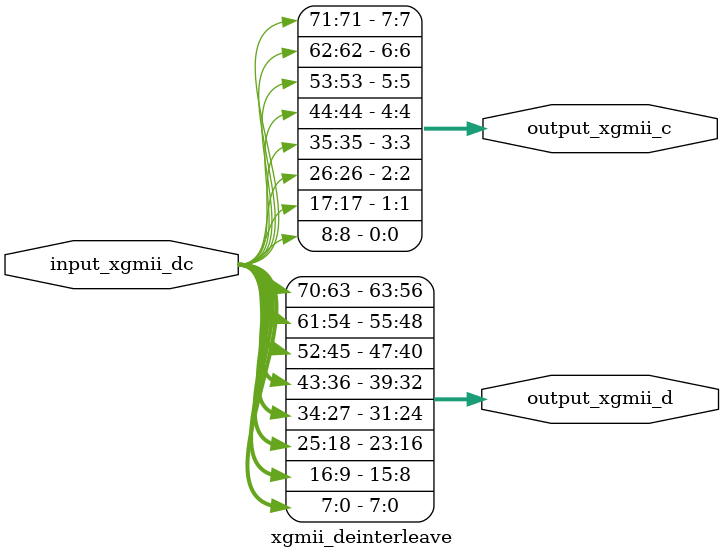
<source format=v>

/*

Copyright (c) 2016-2018 Alex Forencich

Permission is hereby granted, free of charge, to any person obtaining a copy
of this software and associated documentation files (the "Software"), to deal
in the Software without restriction, including without limitation the rights
to use, copy, modify, merge, publish, distribute, sublicense, and/or sell
copies of the Software, and to permit persons to whom the Software is
furnished to do so, subject to the following conditions:

The above copyright notice and this permission notice shall be included in
all copies or substantial portions of the Software.

THE SOFTWARE IS PROVIDED "AS IS", WITHOUT WARRANTY OF ANY KIND, EXPRESS OR
IMPLIED, INCLUDING BUT NOT LIMITED TO THE WARRANTIES OF MERCHANTABILITY
FITNESS FOR A PARTICULAR PURPOSE AND NONINFRINGEMENT. IN NO EVENT SHALL THE
AUTHORS OR COPYRIGHT HOLDERS BE LIABLE FOR ANY CLAIM, DAMAGES OR OTHER
LIABILITY, WHETHER IN AN ACTION OF CONTRACT, TORT OR OTHERWISE, ARISING FROM,
OUT OF OR IN CONNECTION WITH THE SOFTWARE OR THE USE OR OTHER DEALINGS IN
THE SOFTWARE.

*/

// Language: Verilog 2001

`timescale 1ns / 1ps

/*
 * XGMII control/data deinterleave
 */
module xgmii_deinterleave
(
    input  wire [72:0] input_xgmii_dc,

    output wire [63:0] output_xgmii_d,
    output wire [7:0]  output_xgmii_c
);

assign output_xgmii_d[7:0] = input_xgmii_dc[7:0];
assign output_xgmii_c[0] = input_xgmii_dc[8];
assign output_xgmii_d[15:8] = input_xgmii_dc[16:9];
assign output_xgmii_c[1] = input_xgmii_dc[17];
assign output_xgmii_d[23:16] = input_xgmii_dc[25:18];
assign output_xgmii_c[2] = input_xgmii_dc[26];
assign output_xgmii_d[31:24] = input_xgmii_dc[34:27];
assign output_xgmii_c[3] = input_xgmii_dc[35];
assign output_xgmii_d[39:32] = input_xgmii_dc[43:36];
assign output_xgmii_c[4] = input_xgmii_dc[44];
assign output_xgmii_d[47:40] = input_xgmii_dc[52:45];
assign output_xgmii_c[5] = input_xgmii_dc[53];
assign output_xgmii_d[55:48] = input_xgmii_dc[61:54];
assign output_xgmii_c[6] = input_xgmii_dc[62];
assign output_xgmii_d[63:56] = input_xgmii_dc[70:63];
assign output_xgmii_c[7] = input_xgmii_dc[71];

endmodule

</source>
